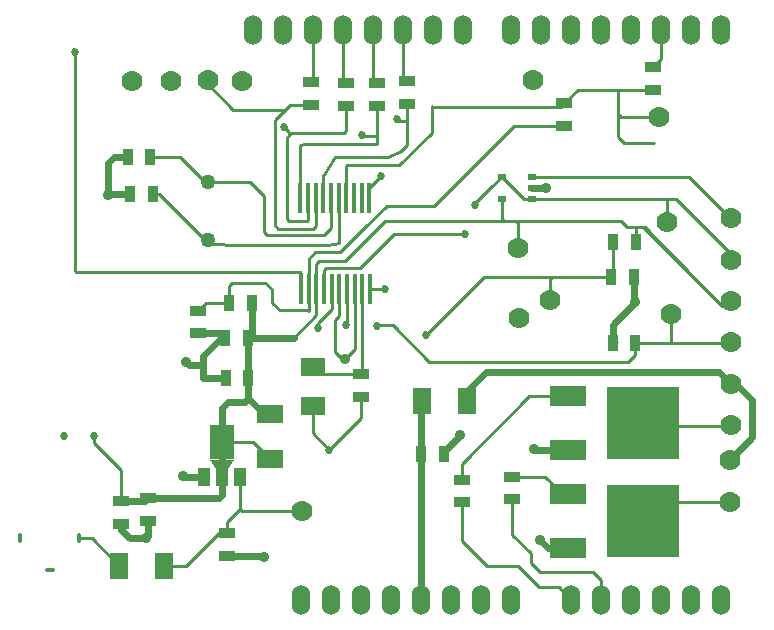
<source format=gtl>
G04 (created by PCBNEW (2013-07-07 BZR 4022)-stable) date 8/21/2014 7:52:51 AM*
%MOIN*%
G04 Gerber Fmt 3.4, Leading zero omitted, Abs format*
%FSLAX34Y34*%
G01*
G70*
G90*
G04 APERTURE LIST*
%ADD10C,0.00590551*%
%ADD11O,0.06X0.1*%
%ADD12R,0.035X0.055*%
%ADD13R,0.055X0.035*%
%ADD14R,0.063X0.0866*%
%ADD15R,0.08X0.06*%
%ADD16R,0.011811X0.0984252*%
%ADD17R,0.12X0.065*%
%ADD18R,0.24X0.24*%
%ADD19O,0.011811X0.0393701*%
%ADD20O,0.0393701X0.011811*%
%ADD21R,0.03X0.02*%
%ADD22R,0.0394X0.0591*%
%ADD23R,0.0787X0.1181*%
%ADD24C,0.0271654*%
%ADD25C,0.05*%
%ADD26C,0.07*%
%ADD27R,0.0866X0.063*%
%ADD28C,0.027*%
%ADD29C,0.035*%
%ADD30C,0.01*%
%ADD31C,0.024*%
G04 APERTURE END LIST*
G54D10*
G54D11*
X75852Y-26535D03*
X74852Y-26535D03*
X73852Y-26535D03*
X72852Y-26535D03*
X71852Y-26535D03*
X70852Y-26535D03*
X69852Y-26535D03*
X68852Y-26535D03*
X73452Y-45535D03*
X72452Y-45535D03*
X71452Y-45535D03*
X70452Y-45535D03*
X74452Y-45535D03*
X75452Y-45535D03*
X76452Y-45535D03*
X77452Y-45535D03*
X79452Y-45535D03*
X80452Y-45535D03*
X81452Y-45535D03*
X82452Y-45535D03*
X83452Y-45535D03*
X84452Y-45535D03*
X84452Y-26535D03*
X83452Y-26535D03*
X82452Y-26535D03*
X81452Y-26535D03*
X80452Y-26535D03*
X79452Y-26535D03*
X78452Y-26535D03*
X77452Y-26535D03*
G54D12*
X81575Y-36968D03*
X80825Y-36968D03*
G54D13*
X67972Y-43306D03*
X67972Y-44056D03*
X64448Y-42243D03*
X64448Y-42993D03*
X65354Y-42144D03*
X65354Y-42894D03*
G54D12*
X80786Y-34753D03*
X81536Y-34753D03*
X81605Y-33602D03*
X80855Y-33602D03*
G54D13*
X79216Y-29729D03*
X79216Y-28979D03*
X72448Y-38014D03*
X72448Y-38764D03*
G54D12*
X67924Y-36791D03*
X68674Y-36791D03*
G54D13*
X75797Y-42274D03*
X75797Y-41524D03*
G54D12*
X67932Y-38129D03*
X68682Y-38129D03*
G54D13*
X67007Y-36646D03*
X67007Y-35896D03*
G54D12*
X68054Y-35629D03*
X68804Y-35629D03*
X64664Y-30779D03*
X65414Y-30779D03*
X64743Y-31988D03*
X65493Y-31988D03*
G54D14*
X64370Y-44389D03*
X65866Y-44389D03*
G54D12*
X75197Y-40659D03*
X74447Y-40659D03*
G54D15*
X70838Y-37779D03*
X70838Y-39079D03*
G54D13*
X70777Y-28278D03*
X70777Y-29028D03*
X72972Y-28308D03*
X72972Y-29058D03*
X73966Y-28249D03*
X73966Y-28999D03*
X82185Y-27784D03*
X82185Y-28534D03*
G54D16*
X70437Y-35173D03*
X70692Y-35173D03*
X70948Y-35173D03*
X71204Y-35173D03*
X71460Y-35173D03*
X71716Y-35173D03*
X71972Y-35173D03*
X72228Y-35173D03*
X72484Y-35173D03*
X72740Y-35173D03*
X72720Y-32122D03*
X72464Y-32122D03*
X72208Y-32122D03*
X71952Y-32122D03*
X71696Y-32122D03*
X71440Y-32122D03*
X71185Y-32122D03*
X70929Y-32122D03*
X70673Y-32122D03*
X70417Y-32122D03*
G54D17*
X79330Y-38745D03*
G54D18*
X81830Y-39645D03*
G54D17*
X79330Y-40545D03*
G54D13*
X71938Y-28308D03*
X71938Y-29058D03*
G54D19*
X61082Y-43484D03*
G54D20*
X62066Y-44547D03*
G54D19*
X63051Y-43484D03*
G54D14*
X74468Y-38917D03*
X75964Y-38917D03*
G54D13*
X77488Y-42170D03*
X77488Y-41420D03*
G54D17*
X79350Y-42013D03*
G54D18*
X81850Y-42913D03*
G54D17*
X79350Y-43813D03*
G54D21*
X78127Y-32176D03*
X78127Y-31426D03*
X77127Y-32176D03*
X78127Y-31801D03*
X77127Y-31426D03*
G54D22*
X67223Y-41447D03*
X67814Y-41447D03*
X68405Y-41447D03*
G54D23*
X67814Y-40285D03*
G54D10*
G36*
X68208Y-40866D02*
X68011Y-41161D01*
X67617Y-41161D01*
X67420Y-40866D01*
X68208Y-40866D01*
X68208Y-40866D01*
G37*
G54D24*
X62539Y-40070D03*
X63547Y-40074D03*
G54D25*
X67326Y-31602D03*
X67326Y-33523D03*
G54D26*
X84771Y-32813D03*
X84771Y-34191D03*
X84771Y-35569D03*
X84771Y-36947D03*
X84771Y-38325D03*
X84771Y-39703D03*
X84732Y-40876D03*
X84732Y-42254D03*
G54D27*
X69400Y-40838D03*
X69400Y-39342D03*
G54D26*
X82650Y-32930D03*
X70470Y-42570D03*
X77670Y-33810D03*
X77700Y-36150D03*
X82790Y-35990D03*
X67340Y-28200D03*
X66120Y-28230D03*
X64810Y-28220D03*
X68460Y-28230D03*
X82360Y-29420D03*
X78190Y-28210D03*
X78750Y-35530D03*
G54D28*
X62893Y-27263D03*
X69890Y-29760D03*
X72490Y-30020D03*
X75909Y-33326D03*
X76244Y-32354D03*
X71023Y-36476D03*
X74610Y-36700D03*
X73650Y-29510D03*
X72960Y-36401D03*
X71940Y-36370D03*
G54D29*
X78600Y-31800D03*
G54D28*
X71385Y-40530D03*
X73250Y-35170D03*
G54D29*
X71900Y-37500D03*
G54D28*
X73116Y-31406D03*
G54D29*
X69200Y-44100D03*
X66600Y-37600D03*
X66500Y-41400D03*
X64003Y-32039D03*
X65279Y-43480D03*
X81584Y-35610D03*
X78400Y-43550D03*
X78200Y-40500D03*
X75750Y-40050D03*
G54D30*
X71852Y-26535D02*
X71852Y-28221D01*
X71852Y-28221D02*
X71938Y-28308D01*
X72025Y-28221D02*
X71938Y-28308D01*
X72852Y-26535D02*
X72852Y-28188D01*
X72852Y-28188D02*
X72972Y-28308D01*
X73025Y-28254D02*
X72972Y-28308D01*
X77488Y-42170D02*
X77488Y-43362D01*
X80452Y-44874D02*
X80452Y-45535D01*
X80177Y-44598D02*
X80452Y-44874D01*
X78409Y-44598D02*
X80177Y-44598D01*
X78106Y-44295D02*
X78409Y-44598D01*
X78106Y-43980D02*
X78106Y-44295D01*
X77488Y-43362D02*
X78106Y-43980D01*
X70852Y-26535D02*
X70852Y-28203D01*
X70852Y-28203D02*
X70777Y-28278D01*
G54D31*
X74447Y-40659D02*
X74447Y-45530D01*
X74447Y-45530D02*
X74452Y-45535D01*
X74447Y-40659D02*
X74447Y-38938D01*
X74447Y-38938D02*
X74468Y-38917D01*
G54D30*
X73852Y-26535D02*
X73852Y-28135D01*
X73852Y-28135D02*
X73966Y-28249D01*
X82452Y-26535D02*
X82452Y-27516D01*
X82452Y-27516D02*
X82185Y-27784D01*
X69838Y-34606D02*
X70413Y-34606D01*
X70437Y-34629D02*
X70437Y-35173D01*
X70413Y-34606D02*
X70437Y-34629D01*
X67751Y-34606D02*
X62944Y-34606D01*
X62893Y-27263D02*
X62893Y-34555D01*
X62944Y-34606D02*
X62893Y-34555D01*
X67751Y-34606D02*
X69838Y-34606D01*
X70052Y-29922D02*
X70052Y-30042D01*
X69890Y-29760D02*
X70052Y-29922D01*
X70641Y-32909D02*
X70027Y-32909D01*
X70673Y-32877D02*
X70641Y-32909D01*
X70673Y-32122D02*
X70673Y-32877D01*
X70027Y-32909D02*
X69968Y-32850D01*
X69968Y-30330D02*
X69968Y-30125D01*
X71938Y-29911D02*
X71938Y-29058D01*
X71889Y-29960D02*
X71938Y-29911D01*
X70133Y-29960D02*
X71889Y-29960D01*
X69968Y-30125D02*
X70052Y-30042D01*
X70052Y-30042D02*
X70133Y-29960D01*
X69968Y-32850D02*
X69968Y-30330D01*
X72540Y-30070D02*
X72988Y-30070D01*
X72490Y-30020D02*
X72540Y-30070D01*
X72988Y-29073D02*
X72988Y-30070D01*
X72988Y-30070D02*
X72988Y-30311D01*
X72972Y-29058D02*
X72988Y-29073D01*
X72968Y-30330D02*
X70566Y-30330D01*
X72988Y-30311D02*
X72968Y-30330D01*
X70417Y-30370D02*
X70417Y-32122D01*
X70417Y-30370D02*
X70566Y-30330D01*
X67330Y-28230D02*
X67330Y-28350D01*
X68190Y-29210D02*
X69900Y-29210D01*
X67330Y-28350D02*
X68190Y-29210D01*
X69570Y-29681D02*
X69570Y-29539D01*
X70081Y-29028D02*
X70777Y-29028D01*
X69570Y-29539D02*
X69900Y-29210D01*
X69900Y-29210D02*
X70081Y-29028D01*
X70929Y-32122D02*
X70929Y-33066D01*
X69570Y-33051D02*
X69570Y-29681D01*
X69685Y-33165D02*
X69570Y-33051D01*
X70830Y-33165D02*
X69685Y-33165D01*
X70929Y-33066D02*
X70830Y-33165D01*
X77670Y-33810D02*
X77670Y-32970D01*
X77670Y-32970D02*
X77593Y-32893D01*
X77127Y-32176D02*
X77127Y-32817D01*
X77127Y-32817D02*
X77203Y-32893D01*
X81605Y-33602D02*
X81605Y-33090D01*
X81490Y-33090D02*
X81605Y-33090D01*
X81605Y-33090D02*
X81840Y-33090D01*
X81840Y-33090D02*
X84486Y-35736D01*
X84486Y-35736D02*
X84771Y-35569D01*
X76990Y-32893D02*
X77203Y-32893D01*
X77203Y-32893D02*
X77593Y-32893D01*
X77593Y-32893D02*
X81113Y-32893D01*
X81310Y-33090D02*
X81490Y-33090D01*
X81490Y-33090D02*
X81500Y-33090D01*
X81113Y-32893D02*
X81310Y-33090D01*
X84486Y-35736D02*
X84771Y-35511D01*
X84486Y-35736D02*
X81903Y-33109D01*
G54D31*
X69400Y-39342D02*
X69221Y-39342D01*
X69221Y-39342D02*
X68682Y-38802D01*
G54D30*
X72263Y-33854D02*
X72265Y-33854D01*
X72265Y-33854D02*
X73227Y-32893D01*
X73227Y-32893D02*
X76990Y-32893D01*
X76990Y-32893D02*
X77077Y-32893D01*
X77077Y-32893D02*
X77084Y-32893D01*
X70948Y-34322D02*
X71047Y-34224D01*
X71047Y-34224D02*
X71893Y-34224D01*
X71893Y-34224D02*
X72263Y-33854D01*
X72263Y-33854D02*
X72300Y-33818D01*
X72300Y-33818D02*
X72303Y-33814D01*
X70948Y-35173D02*
X70948Y-34322D01*
G54D31*
X68682Y-38802D02*
X68682Y-38129D01*
X68674Y-36791D02*
X68674Y-38122D01*
X68674Y-38122D02*
X68682Y-38129D01*
X68804Y-35629D02*
X68804Y-36661D01*
X68804Y-36661D02*
X68674Y-36791D01*
G54D30*
X70948Y-35173D02*
X70948Y-36047D01*
X70948Y-36047D02*
X70204Y-36791D01*
G54D31*
X70204Y-36791D02*
X68674Y-36791D01*
X68562Y-38921D02*
X68682Y-38802D01*
X68018Y-38921D02*
X68562Y-38921D01*
X67814Y-39125D02*
X68018Y-38921D01*
G54D30*
X82650Y-32940D02*
X82650Y-32212D01*
X82650Y-32212D02*
X82686Y-32176D01*
X76244Y-32354D02*
X76244Y-32310D01*
X71204Y-34539D02*
X71283Y-34460D01*
X71283Y-34460D02*
X72409Y-34460D01*
X72409Y-34460D02*
X73543Y-33326D01*
X73543Y-33326D02*
X75909Y-33326D01*
X71204Y-35173D02*
X71204Y-34539D01*
X76244Y-32310D02*
X76782Y-31772D01*
X76782Y-31772D02*
X77127Y-31426D01*
X78127Y-32176D02*
X82686Y-32176D01*
X82686Y-32176D02*
X82943Y-32176D01*
X84763Y-33996D02*
X84763Y-34220D01*
X82943Y-32176D02*
X83513Y-32746D01*
X83513Y-32746D02*
X84763Y-33996D01*
X78127Y-32176D02*
X77877Y-32176D01*
X77877Y-32176D02*
X77127Y-31426D01*
X84763Y-34220D02*
X84763Y-34370D01*
X78750Y-35530D02*
X78750Y-34820D01*
X78750Y-34820D02*
X78816Y-34753D01*
X71023Y-36476D02*
X71023Y-36287D01*
X80786Y-34753D02*
X78816Y-34753D01*
X78816Y-34753D02*
X78696Y-34753D01*
X78696Y-34753D02*
X76557Y-34753D01*
X74610Y-36700D02*
X76557Y-34753D01*
X71460Y-35850D02*
X71460Y-35173D01*
X71023Y-36287D02*
X71460Y-35850D01*
X80855Y-33522D02*
X80855Y-33602D01*
X80855Y-33602D02*
X80855Y-34685D01*
X80855Y-34685D02*
X80786Y-34753D01*
X73710Y-29570D02*
X73966Y-29570D01*
X73650Y-29510D02*
X73710Y-29570D01*
X73966Y-28999D02*
X73966Y-29570D01*
X73966Y-29570D02*
X73966Y-30356D01*
X71185Y-31401D02*
X71185Y-32122D01*
X73326Y-30755D02*
X73769Y-30553D01*
X71590Y-30755D02*
X73326Y-30755D01*
X71185Y-31401D02*
X71590Y-30755D01*
X73966Y-30356D02*
X73769Y-30553D01*
X73966Y-28999D02*
X73936Y-28999D01*
X82360Y-29420D02*
X81100Y-29420D01*
X81100Y-29420D02*
X81010Y-29330D01*
X82220Y-30300D02*
X81200Y-30300D01*
X81010Y-30110D02*
X81010Y-29330D01*
X81010Y-29330D02*
X81010Y-28534D01*
X81200Y-30300D02*
X81010Y-30110D01*
X71952Y-32122D02*
X71952Y-31060D01*
X76015Y-29090D02*
X79105Y-29090D01*
X79105Y-29090D02*
X79216Y-28979D01*
X74814Y-29090D02*
X76015Y-29090D01*
X74808Y-29084D02*
X74814Y-29090D01*
X74808Y-29953D02*
X74808Y-29084D01*
X73711Y-31050D02*
X74808Y-29953D01*
X71963Y-31050D02*
X73711Y-31050D01*
X71952Y-31060D02*
X71963Y-31050D01*
X82185Y-28534D02*
X81010Y-28534D01*
X81010Y-28534D02*
X79661Y-28534D01*
X79661Y-28534D02*
X79216Y-28979D01*
X75797Y-42274D02*
X75797Y-43557D01*
X79035Y-45118D02*
X79452Y-45535D01*
X78389Y-45118D02*
X79035Y-45118D01*
X77661Y-44389D02*
X78389Y-45118D01*
X76629Y-44389D02*
X77661Y-44389D01*
X75797Y-43557D02*
X76629Y-44389D01*
X84763Y-39732D02*
X81917Y-39732D01*
X81917Y-39732D02*
X81830Y-39645D01*
X84724Y-42283D02*
X82480Y-42283D01*
X82480Y-42283D02*
X81850Y-42913D01*
G54D31*
X75964Y-38917D02*
X75964Y-38555D01*
X84365Y-37920D02*
X84771Y-38325D01*
X76600Y-37920D02*
X84365Y-37920D01*
X75964Y-38555D02*
X76600Y-37920D01*
X84771Y-38325D02*
X84935Y-38325D01*
X85490Y-40118D02*
X84732Y-40876D01*
X85490Y-38880D02*
X85490Y-40118D01*
X84935Y-38325D02*
X85490Y-38880D01*
G54D30*
X84763Y-38354D02*
X84763Y-38523D01*
X84763Y-38354D02*
X84763Y-38316D01*
X82790Y-35990D02*
X82790Y-36968D01*
X71972Y-35173D02*
X71972Y-36338D01*
X72984Y-36377D02*
X73500Y-36377D01*
X72960Y-36401D02*
X72984Y-36377D01*
X71972Y-36338D02*
X71940Y-36370D01*
X81575Y-37365D02*
X81575Y-36968D01*
X81350Y-37590D02*
X81575Y-37365D01*
X74712Y-37590D02*
X81350Y-37590D01*
X73500Y-36377D02*
X74712Y-37590D01*
X81575Y-36968D02*
X82790Y-36968D01*
X82790Y-36968D02*
X84755Y-36968D01*
X84755Y-36968D02*
X84763Y-36976D01*
X78127Y-31426D02*
X83365Y-31426D01*
X84763Y-32824D02*
X84763Y-32842D01*
X83365Y-31426D02*
X84763Y-32824D01*
G54D31*
X78127Y-31801D02*
X78598Y-31801D01*
X78598Y-31801D02*
X78600Y-31800D01*
G54D30*
X72448Y-38764D02*
X72448Y-39466D01*
X70838Y-39983D02*
X71385Y-40530D01*
X70838Y-39983D02*
X70838Y-39079D01*
X72448Y-39466D02*
X71385Y-40530D01*
X72740Y-35173D02*
X73246Y-35173D01*
X73246Y-35173D02*
X73250Y-35170D01*
X72228Y-36920D02*
X72228Y-37171D01*
X71578Y-37271D02*
X71807Y-37500D01*
X71807Y-37500D02*
X71900Y-37500D01*
X71578Y-37271D02*
X71578Y-36208D01*
X72228Y-37171D02*
X71900Y-37500D01*
X72720Y-32122D02*
X72720Y-31801D01*
X72720Y-31801D02*
X73116Y-31406D01*
G54D31*
X67972Y-44056D02*
X69156Y-44056D01*
X69156Y-44056D02*
X69200Y-44100D01*
X67188Y-37700D02*
X66700Y-37700D01*
X66700Y-37700D02*
X66600Y-37600D01*
X67223Y-41447D02*
X66547Y-41447D01*
X66547Y-41447D02*
X66500Y-41400D01*
G54D30*
X71716Y-35173D02*
X71716Y-36070D01*
X71716Y-36070D02*
X71578Y-36208D01*
X72228Y-35173D02*
X72228Y-36920D01*
X72228Y-36920D02*
X72228Y-36952D01*
X71578Y-36208D02*
X71566Y-36220D01*
G54D31*
X67924Y-36791D02*
X67791Y-36791D01*
X67188Y-38129D02*
X67932Y-38129D01*
X67791Y-36791D02*
X67188Y-37393D01*
X67188Y-37822D02*
X67188Y-38129D01*
X67188Y-37393D02*
X67188Y-37700D01*
X67188Y-37700D02*
X67188Y-37822D01*
X67007Y-36646D02*
X67779Y-36646D01*
X67779Y-36646D02*
X67924Y-36791D01*
X64664Y-30779D02*
X64200Y-30779D01*
X64055Y-31988D02*
X64003Y-32039D01*
X64743Y-31988D02*
X64055Y-31988D01*
X64200Y-30779D02*
X64003Y-30976D01*
X64003Y-30976D02*
X64003Y-32039D01*
X64448Y-42993D02*
X64448Y-43200D01*
X64448Y-43200D02*
X64728Y-43480D01*
X64728Y-43480D02*
X65279Y-43480D01*
X65354Y-43405D02*
X65279Y-43480D01*
X65354Y-43405D02*
X65354Y-42894D01*
X80825Y-36968D02*
X80825Y-36369D01*
X80825Y-36369D02*
X81584Y-35610D01*
X81536Y-35562D02*
X81536Y-34753D01*
X81536Y-35562D02*
X81584Y-35610D01*
G54D30*
X80986Y-36929D02*
X80825Y-36968D01*
X80786Y-36929D02*
X80825Y-36968D01*
G54D31*
X79350Y-43813D02*
X78663Y-43813D01*
X78663Y-43813D02*
X78400Y-43550D01*
X79330Y-40545D02*
X78245Y-40545D01*
X78245Y-40545D02*
X78200Y-40500D01*
X75197Y-40659D02*
X75197Y-40602D01*
X75197Y-40602D02*
X75750Y-40050D01*
G54D30*
X79330Y-40545D02*
X79330Y-40423D01*
X75197Y-40659D02*
X75197Y-40530D01*
X75797Y-41524D02*
X75797Y-41003D01*
X78055Y-38745D02*
X79330Y-38745D01*
X75797Y-41003D02*
X78055Y-38745D01*
X75807Y-41514D02*
X75797Y-41524D01*
X79350Y-42013D02*
X79162Y-42013D01*
X78569Y-41420D02*
X77488Y-41420D01*
X79162Y-42013D02*
X78569Y-41420D01*
X65493Y-31988D02*
X65700Y-31988D01*
X65700Y-31988D02*
X67251Y-33539D01*
X71696Y-32122D02*
X71696Y-33645D01*
X67393Y-33681D02*
X67251Y-33539D01*
X67688Y-33681D02*
X67393Y-33681D01*
X68110Y-33712D02*
X67688Y-33681D01*
X71342Y-33712D02*
X68110Y-33712D01*
X71696Y-33645D02*
X71342Y-33712D01*
X72567Y-33110D02*
X72583Y-33110D01*
X77532Y-29729D02*
X74865Y-32396D01*
X74865Y-32396D02*
X73409Y-32396D01*
X79216Y-29729D02*
X77532Y-29729D01*
X72567Y-33110D02*
X71911Y-33765D01*
X71911Y-33765D02*
X71740Y-33937D01*
X71740Y-33937D02*
X70921Y-33937D01*
X70921Y-33937D02*
X70692Y-34165D01*
X70692Y-34165D02*
X70692Y-35173D01*
X73297Y-32396D02*
X73409Y-32396D01*
X72583Y-33110D02*
X73297Y-32396D01*
X79216Y-29729D02*
X79130Y-29814D01*
X68054Y-35629D02*
X67274Y-35629D01*
X67274Y-35629D02*
X67007Y-35896D01*
X70692Y-34992D02*
X70692Y-35901D01*
X68054Y-35056D02*
X68054Y-35629D01*
X68145Y-34964D02*
X68054Y-35056D01*
X69255Y-34964D02*
X68145Y-34964D01*
X69476Y-35185D02*
X69255Y-34964D01*
X69476Y-35629D02*
X69476Y-35185D01*
X69728Y-35881D02*
X69476Y-35629D01*
X70673Y-35881D02*
X69728Y-35881D01*
X70692Y-35901D02*
X70673Y-35881D01*
X69204Y-33244D02*
X69204Y-33279D01*
X69204Y-33244D02*
X69208Y-32078D01*
X69208Y-32078D02*
X68748Y-31618D01*
X68748Y-31618D02*
X67251Y-31618D01*
X66413Y-30779D02*
X67251Y-31618D01*
X65414Y-30779D02*
X66413Y-30779D01*
X71440Y-33129D02*
X71440Y-32122D01*
X71200Y-33370D02*
X71440Y-33129D01*
X69295Y-33370D02*
X71200Y-33370D01*
X69204Y-33279D02*
X69295Y-33370D01*
X72484Y-35173D02*
X72484Y-37979D01*
X72484Y-37979D02*
X72448Y-38014D01*
X72448Y-38014D02*
X71074Y-38014D01*
X71074Y-38014D02*
X70838Y-37779D01*
X70470Y-42570D02*
X68479Y-42570D01*
X68479Y-42570D02*
X68405Y-42496D01*
X68405Y-41447D02*
X68405Y-42496D01*
X67972Y-42930D02*
X67972Y-43306D01*
X68405Y-42496D02*
X67972Y-42930D01*
X65866Y-44389D02*
X66624Y-44389D01*
X67707Y-43306D02*
X67972Y-43306D01*
X66624Y-44389D02*
X67707Y-43306D01*
X63051Y-43484D02*
X63464Y-43484D01*
X63464Y-43484D02*
X64370Y-44389D01*
X64448Y-42243D02*
X64448Y-41218D01*
X63547Y-40317D02*
X63547Y-40074D01*
X64448Y-41218D02*
X63547Y-40317D01*
X67814Y-40285D02*
X68847Y-40285D01*
X68847Y-40285D02*
X69400Y-40838D01*
G54D31*
X67814Y-41447D02*
X67814Y-40285D01*
X67814Y-40285D02*
X67814Y-39125D01*
X65354Y-42144D02*
X67705Y-42144D01*
X67814Y-42035D02*
X67814Y-41447D01*
X67705Y-42144D02*
X67814Y-42035D01*
G54D30*
X67814Y-40285D02*
X67814Y-41013D01*
G54D31*
X64448Y-42243D02*
X65255Y-42243D01*
X65255Y-42243D02*
X65354Y-42144D01*
G54D30*
X67893Y-40561D02*
X67893Y-40531D01*
M02*

</source>
